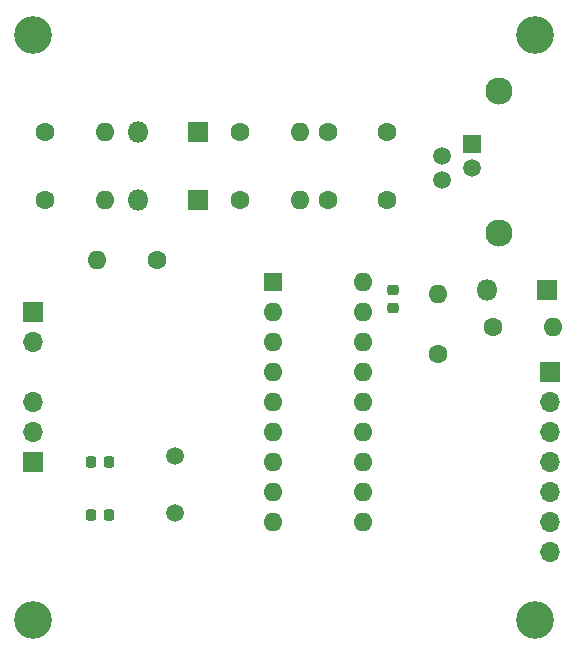
<source format=gts>
%TF.GenerationSoftware,KiCad,Pcbnew,(6.0.0)*%
%TF.CreationDate,2022-03-13T18:40:28-04:00*%
%TF.ProjectId,board for mt8870,626f6172-6420-4666-9f72-206d74383837,rev?*%
%TF.SameCoordinates,Original*%
%TF.FileFunction,Soldermask,Top*%
%TF.FilePolarity,Negative*%
%FSLAX46Y46*%
G04 Gerber Fmt 4.6, Leading zero omitted, Abs format (unit mm)*
G04 Created by KiCad (PCBNEW (6.0.0)) date 2022-03-13 18:40:28*
%MOMM*%
%LPD*%
G01*
G04 APERTURE LIST*
G04 Aperture macros list*
%AMRoundRect*
0 Rectangle with rounded corners*
0 $1 Rounding radius*
0 $2 $3 $4 $5 $6 $7 $8 $9 X,Y pos of 4 corners*
0 Add a 4 corners polygon primitive as box body*
4,1,4,$2,$3,$4,$5,$6,$7,$8,$9,$2,$3,0*
0 Add four circle primitives for the rounded corners*
1,1,$1+$1,$2,$3*
1,1,$1+$1,$4,$5*
1,1,$1+$1,$6,$7*
1,1,$1+$1,$8,$9*
0 Add four rect primitives between the rounded corners*
20,1,$1+$1,$2,$3,$4,$5,0*
20,1,$1+$1,$4,$5,$6,$7,0*
20,1,$1+$1,$6,$7,$8,$9,0*
20,1,$1+$1,$8,$9,$2,$3,0*%
G04 Aperture macros list end*
%ADD10C,1.500000*%
%ADD11R,1.600000X1.600000*%
%ADD12O,1.600000X1.600000*%
%ADD13R,1.700000X1.700000*%
%ADD14O,1.700000X1.700000*%
%ADD15C,1.600000*%
%ADD16C,3.200000*%
%ADD17C,2.300000*%
%ADD18R,1.500000X1.500000*%
%ADD19R,1.800000X1.800000*%
%ADD20O,1.800000X1.800000*%
%ADD21RoundRect,0.225000X0.225000X0.250000X-0.225000X0.250000X-0.225000X-0.250000X0.225000X-0.250000X0*%
%ADD22RoundRect,0.225000X-0.250000X0.225000X-0.250000X-0.225000X0.250000X-0.225000X0.250000X0.225000X0*%
G04 APERTURE END LIST*
D10*
%TO.C,X1*%
X97155000Y-71845000D03*
X97155000Y-76725000D03*
%TD*%
D11*
%TO.C,IC1*%
X105420000Y-57160000D03*
D12*
X105420000Y-59700000D03*
X105420000Y-62240000D03*
X105420000Y-64780000D03*
X105420000Y-67320000D03*
X105420000Y-69860000D03*
X105420000Y-72400000D03*
X105420000Y-74940000D03*
X105420000Y-77480000D03*
X113040000Y-77480000D03*
X113040000Y-74940000D03*
X113040000Y-72400000D03*
X113040000Y-69860000D03*
X113040000Y-67320000D03*
X113040000Y-64780000D03*
X113040000Y-62240000D03*
X113040000Y-59700000D03*
X113040000Y-57160000D03*
%TD*%
D13*
%TO.C,J3*%
X128905000Y-64765000D03*
D14*
X128905000Y-67305000D03*
X128905000Y-69845000D03*
X128905000Y-72385000D03*
X128905000Y-74925000D03*
X128905000Y-77465000D03*
X128905000Y-80005000D03*
%TD*%
D15*
%TO.C,R5*%
X95660000Y-55245000D03*
D12*
X90580000Y-55245000D03*
%TD*%
D15*
%TO.C,R3*%
X86175000Y-44450000D03*
D12*
X91255000Y-44450000D03*
%TD*%
D15*
%TO.C,C2*%
X110120000Y-44450000D03*
X115120000Y-44450000D03*
%TD*%
%TO.C,R4*%
X102685000Y-44450000D03*
D12*
X107765000Y-44450000D03*
%TD*%
D16*
%TO.C,REF\u002A\u002A*%
X127635000Y-85725000D03*
%TD*%
D17*
%TO.C,J2*%
X124550000Y-52990000D03*
X124550000Y-40990000D03*
D18*
X122250000Y-45460000D03*
D10*
X119710000Y-46480000D03*
X122250000Y-47500000D03*
X119710000Y-48520000D03*
%TD*%
D15*
%TO.C,R1*%
X102685000Y-50165000D03*
D12*
X107765000Y-50165000D03*
%TD*%
D16*
%TO.C,REF\u002A\u002A*%
X85090000Y-36195000D03*
%TD*%
D19*
%TO.C,D3*%
X128680000Y-57785000D03*
D20*
X123600000Y-57785000D03*
%TD*%
D19*
%TO.C,D1*%
X99060000Y-50165000D03*
D20*
X93980000Y-50165000D03*
%TD*%
D21*
%TO.C,C4*%
X91580000Y-76835000D03*
X90030000Y-76835000D03*
%TD*%
D16*
%TO.C,REF\u002A\u002A*%
X85090000Y-85725000D03*
%TD*%
D13*
%TO.C,J4*%
X85090000Y-59690000D03*
D14*
X85090000Y-62230000D03*
%TD*%
D13*
%TO.C,J1*%
X85090000Y-72390000D03*
D14*
X85090000Y-69850000D03*
X85090000Y-67310000D03*
%TD*%
D15*
%TO.C,R6*%
X124050000Y-60960000D03*
D12*
X129130000Y-60960000D03*
%TD*%
D21*
%TO.C,C3*%
X91580000Y-72390000D03*
X90030000Y-72390000D03*
%TD*%
D19*
%TO.C,D2*%
X99060000Y-44450000D03*
D20*
X93980000Y-44450000D03*
%TD*%
D15*
%TO.C,R7*%
X119380000Y-63275000D03*
D12*
X119380000Y-58195000D03*
%TD*%
D15*
%TO.C,R2*%
X86175000Y-50165000D03*
D12*
X91255000Y-50165000D03*
%TD*%
D16*
%TO.C,REF\u002A\u002A*%
X127635000Y-36195000D03*
%TD*%
D22*
%TO.C,C5*%
X115570000Y-57785000D03*
X115570000Y-59335000D03*
%TD*%
D15*
%TO.C,C1*%
X110120000Y-50165000D03*
X115120000Y-50165000D03*
%TD*%
M02*

</source>
